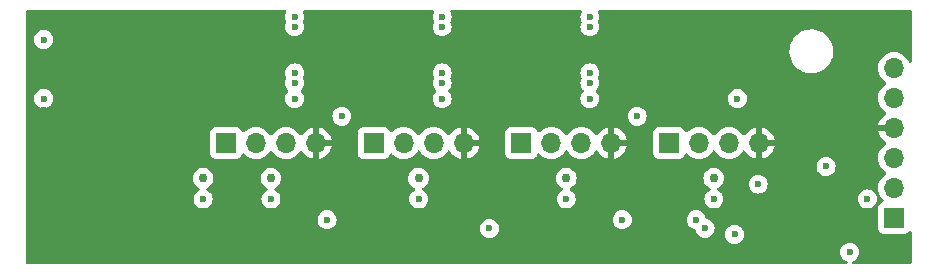
<source format=gbr>
%TF.GenerationSoftware,KiCad,Pcbnew,7.0.11-7.0.11~ubuntu22.04.1*%
%TF.CreationDate,2024-11-05T13:46:25+02:00*%
%TF.ProjectId,USB_Magic_Hub,5553425f-4d61-4676-9963-5f4875622e6b,rev?*%
%TF.SameCoordinates,PXc65d40PYc65d40*%
%TF.FileFunction,Copper,L2,Inr*%
%TF.FilePolarity,Positive*%
%FSLAX46Y46*%
G04 Gerber Fmt 4.6, Leading zero omitted, Abs format (unit mm)*
G04 Created by KiCad (PCBNEW 7.0.11-7.0.11~ubuntu22.04.1) date 2024-11-05 13:46:25*
%MOMM*%
%LPD*%
G01*
G04 APERTURE LIST*
%TA.AperFunction,ComponentPad*%
%ADD10R,1.700000X1.700000*%
%TD*%
%TA.AperFunction,ComponentPad*%
%ADD11O,1.700000X1.700000*%
%TD*%
%TA.AperFunction,ViaPad*%
%ADD12C,0.600000*%
%TD*%
%TA.AperFunction,ViaPad*%
%ADD13C,0.750000*%
%TD*%
G04 APERTURE END LIST*
D10*
%TO.N,/VBUS1*%
%TO.C,J1*%
X54950000Y-11750000D03*
D11*
%TO.N,/D1-*%
X57490000Y-11750000D03*
%TO.N,/D1+*%
X60030000Y-11750000D03*
%TO.N,/GND*%
X62570000Y-11750000D03*
%TD*%
D10*
%TO.N,/VBUS2*%
%TO.C,J2*%
X42450000Y-11750000D03*
D11*
%TO.N,/D2-*%
X44990000Y-11750000D03*
%TO.N,/D2+*%
X47530000Y-11750000D03*
%TO.N,/GND*%
X50070000Y-11750000D03*
%TD*%
D10*
%TO.N,/VBUS3*%
%TO.C,J3*%
X29950000Y-11750000D03*
D11*
%TO.N,/D3-*%
X32490000Y-11750000D03*
%TO.N,/D3+*%
X35030000Y-11750000D03*
%TO.N,/GND*%
X37570000Y-11750000D03*
%TD*%
D10*
%TO.N,/SEL3*%
%TO.C,J4*%
X74000000Y-18100000D03*
D11*
%TO.N,/SEL4*%
X74000000Y-15560000D03*
%TO.N,/~{RESET}*%
X74000000Y-13020000D03*
%TO.N,/GND*%
X74000000Y-10480000D03*
%TO.N,/SEL2*%
X74000000Y-7940000D03*
%TO.N,/VCC_MCU*%
X74000000Y-5400000D03*
%TD*%
D10*
%TO.N,/VBUS4*%
%TO.C,J5*%
X17450000Y-11750000D03*
D11*
%TO.N,/D4-*%
X19990000Y-11750000D03*
%TO.N,/D4+*%
X22530000Y-11750000D03*
%TO.N,/GND*%
X25070000Y-11750000D03*
%TD*%
D12*
%TO.N,/GND*%
X67000000Y-18250000D03*
X2000000Y-9000000D03*
X7000000Y-18750000D03*
X19250000Y-8000000D03*
X68500000Y-18250000D03*
X65750000Y-21000000D03*
X10750000Y-3000000D03*
X56750000Y-8000000D03*
X44250000Y-8000000D03*
X11750000Y-16250000D03*
X31750000Y-8000000D03*
%TO.N,/VCC_MCU*%
X48250000Y-8000000D03*
X70250000Y-21000000D03*
X35750000Y-8000000D03*
X51000000Y-18250000D03*
X23250000Y-8000000D03*
X60750000Y-8000000D03*
X26000000Y-18250000D03*
%TO.N,/SEL2*%
X57250000Y-18250000D03*
X52250000Y-9500000D03*
X68250000Y-13750000D03*
%TO.N,/SEL3*%
X39750000Y-19000000D03*
X58000000Y-19000000D03*
%TO.N,/~{PWR_ENABLE}*%
X71750000Y-16500000D03*
X46250000Y-16500000D03*
X33750000Y-16500000D03*
X15500000Y-16500000D03*
X21250000Y-16500000D03*
X58750000Y-16500000D03*
D13*
%TO.N,Net-(Q1-S)*%
X33750000Y-14750000D03*
X46250000Y-14750000D03*
X21250000Y-14750000D03*
X58750000Y-14750000D03*
X15500000Y-14750000D03*
D12*
%TO.N,Net-(U1-~{XRSTJ})*%
X2000000Y-8000000D03*
X2000000Y-3000000D03*
%TO.N,/SEL4*%
X27250000Y-9500000D03*
X62500000Y-15250000D03*
X60500000Y-19500000D03*
%TO.N,/UFP-*%
X23250000Y-5825000D03*
X35750000Y-5825000D03*
X48250000Y-5825000D03*
X23250000Y-1925000D03*
X48250000Y-1925000D03*
X35750000Y-1925000D03*
%TO.N,/UFP+*%
X48250000Y-6675000D03*
X23250000Y-1075000D03*
X35750000Y-6675000D03*
X48250000Y-1075000D03*
X35750000Y-1075000D03*
X23250000Y-6675000D03*
%TD*%
%TA.AperFunction,Conductor*%
%TO.N,/GND*%
G36*
X22508252Y-520185D02*
G01*
X22554007Y-572989D01*
X22563951Y-642147D01*
X22546206Y-690473D01*
X22524211Y-725475D01*
X22464631Y-895745D01*
X22464630Y-895750D01*
X22444435Y-1074996D01*
X22444435Y-1075003D01*
X22464630Y-1254249D01*
X22464631Y-1254254D01*
X22524212Y-1424525D01*
X22530185Y-1434032D01*
X22549183Y-1501269D01*
X22530185Y-1565968D01*
X22524212Y-1575474D01*
X22464631Y-1745745D01*
X22464630Y-1745750D01*
X22444435Y-1924996D01*
X22444435Y-1925003D01*
X22464630Y-2104249D01*
X22464631Y-2104254D01*
X22524211Y-2274523D01*
X22584319Y-2370184D01*
X22620184Y-2427262D01*
X22747738Y-2554816D01*
X22838080Y-2611582D01*
X22899979Y-2650476D01*
X22900478Y-2650789D01*
X23070745Y-2710368D01*
X23070750Y-2710369D01*
X23249996Y-2730565D01*
X23250000Y-2730565D01*
X23250004Y-2730565D01*
X23429249Y-2710369D01*
X23429252Y-2710368D01*
X23429255Y-2710368D01*
X23599522Y-2650789D01*
X23752262Y-2554816D01*
X23879816Y-2427262D01*
X23975789Y-2274522D01*
X24035368Y-2104255D01*
X24055565Y-1925000D01*
X24035368Y-1745745D01*
X24035367Y-1745743D01*
X24035366Y-1745737D01*
X23975789Y-1575479D01*
X23975789Y-1575478D01*
X23969815Y-1565971D01*
X23950815Y-1498737D01*
X23969816Y-1434027D01*
X23975789Y-1424522D01*
X24035368Y-1254255D01*
X24055565Y-1075000D01*
X24035368Y-895745D01*
X23975789Y-725478D01*
X23975788Y-725475D01*
X23953794Y-690473D01*
X23934793Y-623236D01*
X23955160Y-556401D01*
X24008428Y-511187D01*
X24058787Y-500500D01*
X34941213Y-500500D01*
X35008252Y-520185D01*
X35054007Y-572989D01*
X35063951Y-642147D01*
X35046206Y-690473D01*
X35024211Y-725475D01*
X34964631Y-895745D01*
X34964630Y-895750D01*
X34944435Y-1074996D01*
X34944435Y-1075003D01*
X34964630Y-1254249D01*
X34964631Y-1254254D01*
X35024212Y-1424525D01*
X35030185Y-1434032D01*
X35049183Y-1501269D01*
X35030185Y-1565968D01*
X35024212Y-1575474D01*
X34964631Y-1745745D01*
X34964630Y-1745750D01*
X34944435Y-1924996D01*
X34944435Y-1925003D01*
X34964630Y-2104249D01*
X34964631Y-2104254D01*
X35024211Y-2274523D01*
X35084319Y-2370184D01*
X35120184Y-2427262D01*
X35247738Y-2554816D01*
X35338080Y-2611582D01*
X35399979Y-2650476D01*
X35400478Y-2650789D01*
X35570745Y-2710368D01*
X35570750Y-2710369D01*
X35749996Y-2730565D01*
X35750000Y-2730565D01*
X35750004Y-2730565D01*
X35929249Y-2710369D01*
X35929252Y-2710368D01*
X35929255Y-2710368D01*
X36099522Y-2650789D01*
X36252262Y-2554816D01*
X36379816Y-2427262D01*
X36475789Y-2274522D01*
X36535368Y-2104255D01*
X36555565Y-1925000D01*
X36535368Y-1745745D01*
X36535367Y-1745743D01*
X36535366Y-1745737D01*
X36475789Y-1575479D01*
X36475789Y-1575478D01*
X36469815Y-1565971D01*
X36450815Y-1498737D01*
X36469816Y-1434027D01*
X36475789Y-1424522D01*
X36535368Y-1254255D01*
X36555565Y-1075000D01*
X36535368Y-895745D01*
X36475789Y-725478D01*
X36475788Y-725475D01*
X36453794Y-690473D01*
X36434793Y-623236D01*
X36455160Y-556401D01*
X36508428Y-511187D01*
X36558787Y-500500D01*
X47441213Y-500500D01*
X47508252Y-520185D01*
X47554007Y-572989D01*
X47563951Y-642147D01*
X47546206Y-690473D01*
X47524211Y-725475D01*
X47464631Y-895745D01*
X47464630Y-895750D01*
X47444435Y-1074996D01*
X47444435Y-1075003D01*
X47464630Y-1254249D01*
X47464631Y-1254254D01*
X47524212Y-1424525D01*
X47530185Y-1434032D01*
X47549183Y-1501269D01*
X47530185Y-1565968D01*
X47524212Y-1575474D01*
X47464631Y-1745745D01*
X47464630Y-1745750D01*
X47444435Y-1924996D01*
X47444435Y-1925003D01*
X47464630Y-2104249D01*
X47464631Y-2104254D01*
X47524211Y-2274523D01*
X47584319Y-2370184D01*
X47620184Y-2427262D01*
X47747738Y-2554816D01*
X47838080Y-2611582D01*
X47899979Y-2650476D01*
X47900478Y-2650789D01*
X48070745Y-2710368D01*
X48070750Y-2710369D01*
X48249996Y-2730565D01*
X48250000Y-2730565D01*
X48250004Y-2730565D01*
X48429249Y-2710369D01*
X48429252Y-2710368D01*
X48429255Y-2710368D01*
X48599522Y-2650789D01*
X48752262Y-2554816D01*
X48879816Y-2427262D01*
X48975789Y-2274522D01*
X49035368Y-2104255D01*
X49055565Y-1925000D01*
X49035368Y-1745745D01*
X49035367Y-1745743D01*
X49035366Y-1745737D01*
X48975789Y-1575479D01*
X48975789Y-1575478D01*
X48969815Y-1565971D01*
X48950815Y-1498737D01*
X48969816Y-1434027D01*
X48975789Y-1424522D01*
X49035368Y-1254255D01*
X49055565Y-1075000D01*
X49035368Y-895745D01*
X48975789Y-725478D01*
X48975788Y-725475D01*
X48953794Y-690473D01*
X48934793Y-623236D01*
X48955160Y-556401D01*
X49008428Y-511187D01*
X49058787Y-500500D01*
X75375500Y-500500D01*
X75442539Y-520185D01*
X75488294Y-572989D01*
X75499500Y-624500D01*
X75499500Y-4860803D01*
X75479815Y-4927842D01*
X75427011Y-4973597D01*
X75357853Y-4983541D01*
X75294297Y-4954516D01*
X75263118Y-4913208D01*
X75174035Y-4722171D01*
X75174034Y-4722169D01*
X75038494Y-4528597D01*
X74871402Y-4361506D01*
X74871395Y-4361501D01*
X74677834Y-4225967D01*
X74677830Y-4225965D01*
X74628438Y-4202933D01*
X74463663Y-4126097D01*
X74463659Y-4126096D01*
X74463655Y-4126094D01*
X74235413Y-4064938D01*
X74235403Y-4064936D01*
X74000001Y-4044341D01*
X73999999Y-4044341D01*
X73764596Y-4064936D01*
X73764586Y-4064938D01*
X73536344Y-4126094D01*
X73536335Y-4126098D01*
X73322171Y-4225964D01*
X73322169Y-4225965D01*
X73128597Y-4361505D01*
X72961505Y-4528597D01*
X72825965Y-4722169D01*
X72825964Y-4722171D01*
X72726098Y-4936335D01*
X72726094Y-4936344D01*
X72664938Y-5164586D01*
X72664936Y-5164596D01*
X72644341Y-5399999D01*
X72644341Y-5400000D01*
X72664936Y-5635403D01*
X72664938Y-5635413D01*
X72726094Y-5863655D01*
X72726096Y-5863659D01*
X72726097Y-5863663D01*
X72761319Y-5939196D01*
X72825965Y-6077830D01*
X72825967Y-6077834D01*
X72934281Y-6232521D01*
X72947408Y-6251269D01*
X72961501Y-6271395D01*
X72961506Y-6271402D01*
X73128597Y-6438493D01*
X73128603Y-6438498D01*
X73314158Y-6568425D01*
X73357783Y-6623002D01*
X73364977Y-6692500D01*
X73333454Y-6754855D01*
X73314158Y-6771575D01*
X73128597Y-6901505D01*
X72961505Y-7068597D01*
X72825965Y-7262169D01*
X72825964Y-7262171D01*
X72726098Y-7476335D01*
X72726094Y-7476344D01*
X72664938Y-7704586D01*
X72664936Y-7704596D01*
X72644341Y-7939999D01*
X72644341Y-7940000D01*
X72664936Y-8175403D01*
X72664938Y-8175413D01*
X72726094Y-8403655D01*
X72726096Y-8403659D01*
X72726097Y-8403663D01*
X72761319Y-8479196D01*
X72825965Y-8617830D01*
X72825967Y-8617834D01*
X72901558Y-8725788D01*
X72943276Y-8785368D01*
X72961501Y-8811395D01*
X72961506Y-8811402D01*
X73128597Y-8978493D01*
X73128603Y-8978498D01*
X73314594Y-9108730D01*
X73358219Y-9163307D01*
X73365413Y-9232805D01*
X73333890Y-9295160D01*
X73314595Y-9311880D01*
X73128922Y-9441890D01*
X73128920Y-9441891D01*
X72961891Y-9608920D01*
X72961886Y-9608926D01*
X72826400Y-9802420D01*
X72826399Y-9802422D01*
X72726570Y-10016507D01*
X72726567Y-10016513D01*
X72669364Y-10229999D01*
X72669364Y-10230000D01*
X73566314Y-10230000D01*
X73540507Y-10270156D01*
X73500000Y-10408111D01*
X73500000Y-10551889D01*
X73540507Y-10689844D01*
X73566314Y-10730000D01*
X72669364Y-10730000D01*
X72726567Y-10943486D01*
X72726570Y-10943492D01*
X72826399Y-11157578D01*
X72961894Y-11351082D01*
X73128917Y-11518105D01*
X73314595Y-11648119D01*
X73358219Y-11702696D01*
X73365412Y-11772195D01*
X73333890Y-11834549D01*
X73314595Y-11851269D01*
X73128594Y-11981508D01*
X72961505Y-12148597D01*
X72825965Y-12342169D01*
X72825964Y-12342171D01*
X72726098Y-12556335D01*
X72726094Y-12556344D01*
X72664938Y-12784586D01*
X72664936Y-12784596D01*
X72644341Y-13019999D01*
X72644341Y-13020000D01*
X72664936Y-13255403D01*
X72664938Y-13255413D01*
X72726094Y-13483655D01*
X72726096Y-13483659D01*
X72726097Y-13483663D01*
X72825965Y-13697830D01*
X72825967Y-13697834D01*
X72961501Y-13891395D01*
X72961506Y-13891402D01*
X73128597Y-14058493D01*
X73128603Y-14058498D01*
X73314158Y-14188425D01*
X73357783Y-14243002D01*
X73364977Y-14312500D01*
X73333454Y-14374855D01*
X73314158Y-14391575D01*
X73128597Y-14521505D01*
X72961505Y-14688597D01*
X72825965Y-14882169D01*
X72825964Y-14882171D01*
X72726098Y-15096335D01*
X72726094Y-15096344D01*
X72664938Y-15324586D01*
X72664936Y-15324596D01*
X72644341Y-15559999D01*
X72644341Y-15560000D01*
X72664936Y-15795403D01*
X72664938Y-15795413D01*
X72726094Y-16023655D01*
X72726096Y-16023659D01*
X72726097Y-16023663D01*
X72761319Y-16099196D01*
X72825965Y-16237830D01*
X72825967Y-16237834D01*
X72884026Y-16320750D01*
X72961501Y-16431396D01*
X72961506Y-16431402D01*
X73083430Y-16553326D01*
X73116915Y-16614649D01*
X73111931Y-16684341D01*
X73070059Y-16740274D01*
X73039083Y-16757189D01*
X72907669Y-16806203D01*
X72907664Y-16806206D01*
X72792455Y-16892452D01*
X72792452Y-16892455D01*
X72706206Y-17007664D01*
X72706202Y-17007671D01*
X72655908Y-17142517D01*
X72649501Y-17202116D01*
X72649500Y-17202135D01*
X72649500Y-18997870D01*
X72649501Y-18997876D01*
X72655908Y-19057483D01*
X72706202Y-19192328D01*
X72706206Y-19192335D01*
X72792452Y-19307544D01*
X72792455Y-19307547D01*
X72907664Y-19393793D01*
X72907671Y-19393797D01*
X73042517Y-19444091D01*
X73042516Y-19444091D01*
X73049444Y-19444835D01*
X73102127Y-19450500D01*
X74897872Y-19450499D01*
X74957483Y-19444091D01*
X75092331Y-19393796D01*
X75207546Y-19307546D01*
X75276234Y-19215789D01*
X75332167Y-19173920D01*
X75401859Y-19168936D01*
X75463182Y-19202421D01*
X75496666Y-19263745D01*
X75499500Y-19290102D01*
X75499500Y-21875500D01*
X75479815Y-21942539D01*
X75427011Y-21988294D01*
X75375500Y-21999500D01*
X70547114Y-21999500D01*
X70480075Y-21979815D01*
X70434320Y-21927011D01*
X70424376Y-21857853D01*
X70453401Y-21794297D01*
X70506160Y-21758458D01*
X70542531Y-21745730D01*
X70599522Y-21725789D01*
X70752262Y-21629816D01*
X70879816Y-21502262D01*
X70975789Y-21349522D01*
X71035368Y-21179255D01*
X71055565Y-21000000D01*
X71035368Y-20820745D01*
X70975789Y-20650478D01*
X70879816Y-20497738D01*
X70752262Y-20370184D01*
X70649422Y-20305565D01*
X70599523Y-20274211D01*
X70429254Y-20214631D01*
X70429249Y-20214630D01*
X70250004Y-20194435D01*
X70249996Y-20194435D01*
X70070750Y-20214630D01*
X70070745Y-20214631D01*
X69900476Y-20274211D01*
X69747737Y-20370184D01*
X69620184Y-20497737D01*
X69524211Y-20650476D01*
X69464631Y-20820745D01*
X69464630Y-20820750D01*
X69444435Y-20999996D01*
X69444435Y-21000003D01*
X69464630Y-21179249D01*
X69464631Y-21179254D01*
X69524211Y-21349523D01*
X69620184Y-21502262D01*
X69747738Y-21629816D01*
X69900478Y-21725789D01*
X69993840Y-21758458D01*
X70050617Y-21799180D01*
X70076364Y-21864133D01*
X70062908Y-21932694D01*
X70014521Y-21983097D01*
X69952886Y-21999500D01*
X624500Y-21999500D01*
X557461Y-21979815D01*
X511706Y-21927011D01*
X500500Y-21875500D01*
X500500Y-18250003D01*
X25194435Y-18250003D01*
X25214630Y-18429249D01*
X25214631Y-18429254D01*
X25274211Y-18599523D01*
X25333849Y-18694435D01*
X25370184Y-18752262D01*
X25497738Y-18879816D01*
X25650478Y-18975789D01*
X25719678Y-19000003D01*
X25820745Y-19035368D01*
X25820750Y-19035369D01*
X25999996Y-19055565D01*
X26000000Y-19055565D01*
X26000004Y-19055565D01*
X26179249Y-19035369D01*
X26179252Y-19035368D01*
X26179255Y-19035368D01*
X26280322Y-19000003D01*
X38944435Y-19000003D01*
X38964630Y-19179249D01*
X38964631Y-19179254D01*
X39024211Y-19349523D01*
X39087658Y-19450498D01*
X39120184Y-19502262D01*
X39247738Y-19629816D01*
X39400478Y-19725789D01*
X39570745Y-19785368D01*
X39570750Y-19785369D01*
X39749996Y-19805565D01*
X39750000Y-19805565D01*
X39750004Y-19805565D01*
X39929249Y-19785369D01*
X39929252Y-19785368D01*
X39929255Y-19785368D01*
X40099522Y-19725789D01*
X40252262Y-19629816D01*
X40379816Y-19502262D01*
X40475789Y-19349522D01*
X40535368Y-19179255D01*
X40536531Y-19168936D01*
X40555565Y-19000003D01*
X40555565Y-18999996D01*
X40535369Y-18820750D01*
X40535368Y-18820745D01*
X40475788Y-18650476D01*
X40379815Y-18497737D01*
X40252262Y-18370184D01*
X40099523Y-18274211D01*
X40030341Y-18250003D01*
X50194435Y-18250003D01*
X50214630Y-18429249D01*
X50214631Y-18429254D01*
X50274211Y-18599523D01*
X50333849Y-18694435D01*
X50370184Y-18752262D01*
X50497738Y-18879816D01*
X50650478Y-18975789D01*
X50719678Y-19000003D01*
X50820745Y-19035368D01*
X50820750Y-19035369D01*
X50999996Y-19055565D01*
X51000000Y-19055565D01*
X51000004Y-19055565D01*
X51179249Y-19035369D01*
X51179252Y-19035368D01*
X51179255Y-19035368D01*
X51349522Y-18975789D01*
X51502262Y-18879816D01*
X51629816Y-18752262D01*
X51725789Y-18599522D01*
X51785368Y-18429255D01*
X51802837Y-18274211D01*
X51805565Y-18250003D01*
X56444435Y-18250003D01*
X56464630Y-18429249D01*
X56464631Y-18429254D01*
X56524211Y-18599523D01*
X56583849Y-18694435D01*
X56620184Y-18752262D01*
X56747738Y-18879816D01*
X56900478Y-18975789D01*
X57070745Y-19035368D01*
X57101795Y-19038866D01*
X57166207Y-19065930D01*
X57205763Y-19123524D01*
X57211132Y-19148201D01*
X57214630Y-19179249D01*
X57214631Y-19179254D01*
X57214632Y-19179255D01*
X57219209Y-19192335D01*
X57274210Y-19349521D01*
X57302028Y-19393793D01*
X57370184Y-19502262D01*
X57497738Y-19629816D01*
X57650478Y-19725789D01*
X57820745Y-19785368D01*
X57820750Y-19785369D01*
X57999996Y-19805565D01*
X58000000Y-19805565D01*
X58000004Y-19805565D01*
X58179249Y-19785369D01*
X58179252Y-19785368D01*
X58179255Y-19785368D01*
X58349522Y-19725789D01*
X58502262Y-19629816D01*
X58629816Y-19502262D01*
X58631235Y-19500003D01*
X59694435Y-19500003D01*
X59714630Y-19679249D01*
X59714631Y-19679254D01*
X59774211Y-19849523D01*
X59870184Y-20002262D01*
X59997738Y-20129816D01*
X60088080Y-20186582D01*
X60132721Y-20214632D01*
X60150478Y-20225789D01*
X60288860Y-20274211D01*
X60320745Y-20285368D01*
X60320750Y-20285369D01*
X60499996Y-20305565D01*
X60500000Y-20305565D01*
X60500004Y-20305565D01*
X60679249Y-20285369D01*
X60679252Y-20285368D01*
X60679255Y-20285368D01*
X60849522Y-20225789D01*
X61002262Y-20129816D01*
X61129816Y-20002262D01*
X61225789Y-19849522D01*
X61285368Y-19679255D01*
X61285369Y-19679249D01*
X61305565Y-19500003D01*
X61305565Y-19499996D01*
X61285369Y-19320750D01*
X61285368Y-19320745D01*
X61280749Y-19307544D01*
X61225789Y-19150478D01*
X61224358Y-19148201D01*
X61153461Y-19035369D01*
X61129816Y-18997738D01*
X61002262Y-18870184D01*
X60849523Y-18774211D01*
X60679254Y-18714631D01*
X60679249Y-18714630D01*
X60500004Y-18694435D01*
X60499996Y-18694435D01*
X60320750Y-18714630D01*
X60320745Y-18714631D01*
X60150476Y-18774211D01*
X59997737Y-18870184D01*
X59870184Y-18997737D01*
X59774211Y-19150476D01*
X59714631Y-19320745D01*
X59714630Y-19320750D01*
X59694435Y-19499996D01*
X59694435Y-19500003D01*
X58631235Y-19500003D01*
X58725789Y-19349522D01*
X58785368Y-19179255D01*
X58786531Y-19168936D01*
X58805565Y-19000003D01*
X58805565Y-18999996D01*
X58785369Y-18820750D01*
X58785368Y-18820745D01*
X58725788Y-18650476D01*
X58629815Y-18497737D01*
X58502262Y-18370184D01*
X58349521Y-18274210D01*
X58179249Y-18214630D01*
X58148201Y-18211132D01*
X58083787Y-18184065D01*
X58044233Y-18126469D01*
X58038867Y-18101802D01*
X58035368Y-18070745D01*
X57975789Y-17900478D01*
X57879816Y-17747738D01*
X57752262Y-17620184D01*
X57599523Y-17524211D01*
X57429254Y-17464631D01*
X57429249Y-17464630D01*
X57250004Y-17444435D01*
X57249996Y-17444435D01*
X57070750Y-17464630D01*
X57070745Y-17464631D01*
X56900476Y-17524211D01*
X56747737Y-17620184D01*
X56620184Y-17747737D01*
X56524211Y-17900476D01*
X56464631Y-18070745D01*
X56464630Y-18070750D01*
X56444435Y-18249996D01*
X56444435Y-18250003D01*
X51805565Y-18250003D01*
X51805565Y-18249996D01*
X51785369Y-18070750D01*
X51785368Y-18070745D01*
X51725788Y-17900476D01*
X51629815Y-17747737D01*
X51502262Y-17620184D01*
X51349523Y-17524211D01*
X51179254Y-17464631D01*
X51179249Y-17464630D01*
X51000004Y-17444435D01*
X50999996Y-17444435D01*
X50820750Y-17464630D01*
X50820745Y-17464631D01*
X50650476Y-17524211D01*
X50497737Y-17620184D01*
X50370184Y-17747737D01*
X50274211Y-17900476D01*
X50214631Y-18070745D01*
X50214630Y-18070750D01*
X50194435Y-18249996D01*
X50194435Y-18250003D01*
X40030341Y-18250003D01*
X39929254Y-18214631D01*
X39929249Y-18214630D01*
X39750004Y-18194435D01*
X39749996Y-18194435D01*
X39570750Y-18214630D01*
X39570745Y-18214631D01*
X39400476Y-18274211D01*
X39247737Y-18370184D01*
X39120184Y-18497737D01*
X39024211Y-18650476D01*
X38964631Y-18820745D01*
X38964630Y-18820750D01*
X38944435Y-18999996D01*
X38944435Y-19000003D01*
X26280322Y-19000003D01*
X26349522Y-18975789D01*
X26502262Y-18879816D01*
X26629816Y-18752262D01*
X26725789Y-18599522D01*
X26785368Y-18429255D01*
X26802837Y-18274211D01*
X26805565Y-18250003D01*
X26805565Y-18249996D01*
X26785369Y-18070750D01*
X26785368Y-18070745D01*
X26725788Y-17900476D01*
X26629815Y-17747737D01*
X26502262Y-17620184D01*
X26349523Y-17524211D01*
X26179254Y-17464631D01*
X26179249Y-17464630D01*
X26000004Y-17444435D01*
X25999996Y-17444435D01*
X25820750Y-17464630D01*
X25820745Y-17464631D01*
X25650476Y-17524211D01*
X25497737Y-17620184D01*
X25370184Y-17747737D01*
X25274211Y-17900476D01*
X25214631Y-18070745D01*
X25214630Y-18070750D01*
X25194435Y-18249996D01*
X25194435Y-18250003D01*
X500500Y-18250003D01*
X500500Y-14750000D01*
X14619678Y-14750000D01*
X14638915Y-14933029D01*
X14638916Y-14933032D01*
X14695783Y-15108053D01*
X14695786Y-15108059D01*
X14787805Y-15267440D01*
X14897327Y-15389077D01*
X14910949Y-15404206D01*
X14910951Y-15404208D01*
X15059834Y-15512378D01*
X15059835Y-15512378D01*
X15059839Y-15512381D01*
X15127720Y-15542603D01*
X15144925Y-15550264D01*
X15198162Y-15595514D01*
X15218483Y-15662363D01*
X15199438Y-15729587D01*
X15155385Y-15768933D01*
X15156374Y-15770506D01*
X14997737Y-15870184D01*
X14870184Y-15997737D01*
X14774211Y-16150476D01*
X14714631Y-16320745D01*
X14714630Y-16320750D01*
X14694435Y-16499996D01*
X14694435Y-16500003D01*
X14714630Y-16679249D01*
X14714631Y-16679254D01*
X14774211Y-16849523D01*
X14858840Y-16984208D01*
X14870184Y-17002262D01*
X14997738Y-17129816D01*
X15150478Y-17225789D01*
X15320745Y-17285368D01*
X15320750Y-17285369D01*
X15499996Y-17305565D01*
X15500000Y-17305565D01*
X15500004Y-17305565D01*
X15679249Y-17285369D01*
X15679252Y-17285368D01*
X15679255Y-17285368D01*
X15849522Y-17225789D01*
X16002262Y-17129816D01*
X16129816Y-17002262D01*
X16225789Y-16849522D01*
X16285368Y-16679255D01*
X16288681Y-16649853D01*
X16305565Y-16500003D01*
X16305565Y-16499996D01*
X16285369Y-16320750D01*
X16285368Y-16320745D01*
X16225788Y-16150476D01*
X16153461Y-16035369D01*
X16129816Y-15997738D01*
X16002262Y-15870184D01*
X15849522Y-15774211D01*
X15849523Y-15774211D01*
X15843626Y-15770506D01*
X15844643Y-15768886D01*
X15799845Y-15728434D01*
X15781536Y-15661006D01*
X15802588Y-15594383D01*
X15855073Y-15550264D01*
X15940161Y-15512381D01*
X16089050Y-15404207D01*
X16212195Y-15267440D01*
X16304214Y-15108059D01*
X16361085Y-14933029D01*
X16380322Y-14750000D01*
X20369678Y-14750000D01*
X20388915Y-14933029D01*
X20388916Y-14933032D01*
X20445783Y-15108053D01*
X20445786Y-15108059D01*
X20537805Y-15267440D01*
X20647327Y-15389077D01*
X20660949Y-15404206D01*
X20660951Y-15404208D01*
X20809834Y-15512378D01*
X20809835Y-15512378D01*
X20809839Y-15512381D01*
X20877720Y-15542603D01*
X20894925Y-15550264D01*
X20948162Y-15595514D01*
X20968483Y-15662363D01*
X20949438Y-15729587D01*
X20905385Y-15768933D01*
X20906374Y-15770506D01*
X20747737Y-15870184D01*
X20620184Y-15997737D01*
X20524211Y-16150476D01*
X20464631Y-16320745D01*
X20464630Y-16320750D01*
X20444435Y-16499996D01*
X20444435Y-16500003D01*
X20464630Y-16679249D01*
X20464631Y-16679254D01*
X20524211Y-16849523D01*
X20608840Y-16984208D01*
X20620184Y-17002262D01*
X20747738Y-17129816D01*
X20900478Y-17225789D01*
X21070745Y-17285368D01*
X21070750Y-17285369D01*
X21249996Y-17305565D01*
X21250000Y-17305565D01*
X21250004Y-17305565D01*
X21429249Y-17285369D01*
X21429252Y-17285368D01*
X21429255Y-17285368D01*
X21599522Y-17225789D01*
X21752262Y-17129816D01*
X21879816Y-17002262D01*
X21975789Y-16849522D01*
X22035368Y-16679255D01*
X22038681Y-16649853D01*
X22055565Y-16500003D01*
X22055565Y-16499996D01*
X22035369Y-16320750D01*
X22035368Y-16320745D01*
X21975788Y-16150476D01*
X21903461Y-16035369D01*
X21879816Y-15997738D01*
X21752262Y-15870184D01*
X21599522Y-15774211D01*
X21599523Y-15774211D01*
X21593626Y-15770506D01*
X21594643Y-15768886D01*
X21549845Y-15728434D01*
X21531536Y-15661006D01*
X21552588Y-15594383D01*
X21605073Y-15550264D01*
X21690161Y-15512381D01*
X21839050Y-15404207D01*
X21962195Y-15267440D01*
X22054214Y-15108059D01*
X22111085Y-14933029D01*
X22130322Y-14750000D01*
X32869678Y-14750000D01*
X32888915Y-14933029D01*
X32888916Y-14933032D01*
X32945783Y-15108053D01*
X32945786Y-15108059D01*
X33037805Y-15267440D01*
X33147327Y-15389077D01*
X33160949Y-15404206D01*
X33160951Y-15404208D01*
X33309834Y-15512378D01*
X33309835Y-15512378D01*
X33309839Y-15512381D01*
X33377720Y-15542603D01*
X33394925Y-15550264D01*
X33448162Y-15595514D01*
X33468483Y-15662363D01*
X33449438Y-15729587D01*
X33405385Y-15768933D01*
X33406374Y-15770506D01*
X33247737Y-15870184D01*
X33120184Y-15997737D01*
X33024211Y-16150476D01*
X32964631Y-16320745D01*
X32964630Y-16320750D01*
X32944435Y-16499996D01*
X32944435Y-16500003D01*
X32964630Y-16679249D01*
X32964631Y-16679254D01*
X33024211Y-16849523D01*
X33108840Y-16984208D01*
X33120184Y-17002262D01*
X33247738Y-17129816D01*
X33400478Y-17225789D01*
X33570745Y-17285368D01*
X33570750Y-17285369D01*
X33749996Y-17305565D01*
X33750000Y-17305565D01*
X33750004Y-17305565D01*
X33929249Y-17285369D01*
X33929252Y-17285368D01*
X33929255Y-17285368D01*
X34099522Y-17225789D01*
X34252262Y-17129816D01*
X34379816Y-17002262D01*
X34475789Y-16849522D01*
X34535368Y-16679255D01*
X34538681Y-16649853D01*
X34555565Y-16500003D01*
X34555565Y-16499996D01*
X34535369Y-16320750D01*
X34535368Y-16320745D01*
X34475788Y-16150476D01*
X34403461Y-16035369D01*
X34379816Y-15997738D01*
X34252262Y-15870184D01*
X34099522Y-15774211D01*
X34099523Y-15774211D01*
X34093626Y-15770506D01*
X34094643Y-15768886D01*
X34049845Y-15728434D01*
X34031536Y-15661006D01*
X34052588Y-15594383D01*
X34105073Y-15550264D01*
X34190161Y-15512381D01*
X34339050Y-15404207D01*
X34462195Y-15267440D01*
X34554214Y-15108059D01*
X34611085Y-14933029D01*
X34630322Y-14750000D01*
X45369678Y-14750000D01*
X45388915Y-14933029D01*
X45388916Y-14933032D01*
X45445783Y-15108053D01*
X45445786Y-15108059D01*
X45537805Y-15267440D01*
X45647327Y-15389077D01*
X45660949Y-15404206D01*
X45660951Y-15404208D01*
X45809834Y-15512378D01*
X45809835Y-15512378D01*
X45809839Y-15512381D01*
X45877720Y-15542603D01*
X45894925Y-15550264D01*
X45948162Y-15595514D01*
X45968483Y-15662363D01*
X45949438Y-15729587D01*
X45905385Y-15768933D01*
X45906374Y-15770506D01*
X45747737Y-15870184D01*
X45620184Y-15997737D01*
X45524211Y-16150476D01*
X45464631Y-16320745D01*
X45464630Y-16320750D01*
X45444435Y-16499996D01*
X45444435Y-16500003D01*
X45464630Y-16679249D01*
X45464631Y-16679254D01*
X45524211Y-16849523D01*
X45608840Y-16984208D01*
X45620184Y-17002262D01*
X45747738Y-17129816D01*
X45900478Y-17225789D01*
X46070745Y-17285368D01*
X46070750Y-17285369D01*
X46249996Y-17305565D01*
X46250000Y-17305565D01*
X46250004Y-17305565D01*
X46429249Y-17285369D01*
X46429252Y-17285368D01*
X46429255Y-17285368D01*
X46599522Y-17225789D01*
X46752262Y-17129816D01*
X46879816Y-17002262D01*
X46975789Y-16849522D01*
X47035368Y-16679255D01*
X47038681Y-16649853D01*
X47055565Y-16500003D01*
X47055565Y-16499996D01*
X47035369Y-16320750D01*
X47035368Y-16320745D01*
X46975788Y-16150476D01*
X46903461Y-16035369D01*
X46879816Y-15997738D01*
X46752262Y-15870184D01*
X46599522Y-15774211D01*
X46599523Y-15774211D01*
X46593626Y-15770506D01*
X46594643Y-15768886D01*
X46549845Y-15728434D01*
X46531536Y-15661006D01*
X46552588Y-15594383D01*
X46605073Y-15550264D01*
X46690161Y-15512381D01*
X46839050Y-15404207D01*
X46962195Y-15267440D01*
X47054214Y-15108059D01*
X47111085Y-14933029D01*
X47130322Y-14750000D01*
X57869678Y-14750000D01*
X57888915Y-14933029D01*
X57888916Y-14933032D01*
X57945783Y-15108053D01*
X57945786Y-15108059D01*
X58037805Y-15267440D01*
X58147327Y-15389077D01*
X58160949Y-15404206D01*
X58160951Y-15404208D01*
X58309834Y-15512378D01*
X58309835Y-15512378D01*
X58309839Y-15512381D01*
X58377720Y-15542603D01*
X58394925Y-15550264D01*
X58448162Y-15595514D01*
X58468483Y-15662363D01*
X58449438Y-15729587D01*
X58405385Y-15768933D01*
X58406374Y-15770506D01*
X58247737Y-15870184D01*
X58120184Y-15997737D01*
X58024211Y-16150476D01*
X57964631Y-16320745D01*
X57964630Y-16320750D01*
X57944435Y-16499996D01*
X57944435Y-16500003D01*
X57964630Y-16679249D01*
X57964631Y-16679254D01*
X58024211Y-16849523D01*
X58108840Y-16984208D01*
X58120184Y-17002262D01*
X58247738Y-17129816D01*
X58400478Y-17225789D01*
X58570745Y-17285368D01*
X58570750Y-17285369D01*
X58749996Y-17305565D01*
X58750000Y-17305565D01*
X58750004Y-17305565D01*
X58929249Y-17285369D01*
X58929252Y-17285368D01*
X58929255Y-17285368D01*
X59099522Y-17225789D01*
X59252262Y-17129816D01*
X59379816Y-17002262D01*
X59475789Y-16849522D01*
X59535368Y-16679255D01*
X59538681Y-16649853D01*
X59555565Y-16500003D01*
X70944435Y-16500003D01*
X70964630Y-16679249D01*
X70964631Y-16679254D01*
X71024211Y-16849523D01*
X71108840Y-16984208D01*
X71120184Y-17002262D01*
X71247738Y-17129816D01*
X71400478Y-17225789D01*
X71570745Y-17285368D01*
X71570750Y-17285369D01*
X71749996Y-17305565D01*
X71750000Y-17305565D01*
X71750004Y-17305565D01*
X71929249Y-17285369D01*
X71929252Y-17285368D01*
X71929255Y-17285368D01*
X72099522Y-17225789D01*
X72252262Y-17129816D01*
X72379816Y-17002262D01*
X72475789Y-16849522D01*
X72535368Y-16679255D01*
X72538681Y-16649853D01*
X72555565Y-16500003D01*
X72555565Y-16499996D01*
X72535369Y-16320750D01*
X72535368Y-16320745D01*
X72475788Y-16150476D01*
X72403461Y-16035369D01*
X72379816Y-15997738D01*
X72252262Y-15870184D01*
X72099523Y-15774211D01*
X71929254Y-15714631D01*
X71929249Y-15714630D01*
X71750004Y-15694435D01*
X71749996Y-15694435D01*
X71570750Y-15714630D01*
X71570745Y-15714631D01*
X71400476Y-15774211D01*
X71247737Y-15870184D01*
X71120184Y-15997737D01*
X71024211Y-16150476D01*
X70964631Y-16320745D01*
X70964630Y-16320750D01*
X70944435Y-16499996D01*
X70944435Y-16500003D01*
X59555565Y-16500003D01*
X59555565Y-16499996D01*
X59535369Y-16320750D01*
X59535368Y-16320745D01*
X59475788Y-16150476D01*
X59403461Y-16035369D01*
X59379816Y-15997738D01*
X59252262Y-15870184D01*
X59099522Y-15774211D01*
X59099523Y-15774211D01*
X59093626Y-15770506D01*
X59094643Y-15768886D01*
X59049845Y-15728434D01*
X59031536Y-15661006D01*
X59052588Y-15594383D01*
X59105073Y-15550264D01*
X59190161Y-15512381D01*
X59339050Y-15404207D01*
X59462195Y-15267440D01*
X59472262Y-15250003D01*
X61694435Y-15250003D01*
X61714630Y-15429249D01*
X61714631Y-15429254D01*
X61774211Y-15599523D01*
X61833849Y-15694435D01*
X61870184Y-15752262D01*
X61997738Y-15879816D01*
X62088080Y-15936582D01*
X62149540Y-15975200D01*
X62150478Y-15975789D01*
X62206569Y-15995416D01*
X62320745Y-16035368D01*
X62320750Y-16035369D01*
X62499996Y-16055565D01*
X62500000Y-16055565D01*
X62500004Y-16055565D01*
X62679249Y-16035369D01*
X62679252Y-16035368D01*
X62679255Y-16035368D01*
X62849522Y-15975789D01*
X63002262Y-15879816D01*
X63129816Y-15752262D01*
X63225789Y-15599522D01*
X63285368Y-15429255D01*
X63288190Y-15404208D01*
X63305565Y-15250003D01*
X63305565Y-15249996D01*
X63285369Y-15070750D01*
X63285368Y-15070745D01*
X63225789Y-14900478D01*
X63129816Y-14747738D01*
X63002262Y-14620184D01*
X62849523Y-14524211D01*
X62679254Y-14464631D01*
X62679249Y-14464630D01*
X62500004Y-14444435D01*
X62499996Y-14444435D01*
X62320750Y-14464630D01*
X62320745Y-14464631D01*
X62150476Y-14524211D01*
X61997737Y-14620184D01*
X61870184Y-14747737D01*
X61774211Y-14900476D01*
X61714631Y-15070745D01*
X61714630Y-15070750D01*
X61694435Y-15249996D01*
X61694435Y-15250003D01*
X59472262Y-15250003D01*
X59554214Y-15108059D01*
X59611085Y-14933029D01*
X59630322Y-14750000D01*
X59611085Y-14566971D01*
X59554214Y-14391941D01*
X59462195Y-14232560D01*
X59339050Y-14095793D01*
X59339048Y-14095791D01*
X59190165Y-13987621D01*
X59190162Y-13987619D01*
X59190161Y-13987619D01*
X59129112Y-13960438D01*
X59022038Y-13912765D01*
X59022033Y-13912763D01*
X58842019Y-13874500D01*
X58657981Y-13874500D01*
X58477966Y-13912763D01*
X58477961Y-13912765D01*
X58309839Y-13987619D01*
X58309834Y-13987621D01*
X58160951Y-14095791D01*
X58160949Y-14095793D01*
X58037804Y-14232561D01*
X57945786Y-14391940D01*
X57945783Y-14391946D01*
X57899183Y-14535368D01*
X57888915Y-14566971D01*
X57869678Y-14750000D01*
X47130322Y-14750000D01*
X47111085Y-14566971D01*
X47054214Y-14391941D01*
X46962195Y-14232560D01*
X46839050Y-14095793D01*
X46839048Y-14095791D01*
X46690165Y-13987621D01*
X46690162Y-13987619D01*
X46690161Y-13987619D01*
X46629112Y-13960438D01*
X46522038Y-13912765D01*
X46522033Y-13912763D01*
X46342019Y-13874500D01*
X46157981Y-13874500D01*
X45977966Y-13912763D01*
X45977961Y-13912765D01*
X45809839Y-13987619D01*
X45809834Y-13987621D01*
X45660951Y-14095791D01*
X45660949Y-14095793D01*
X45537804Y-14232561D01*
X45445786Y-14391940D01*
X45445783Y-14391946D01*
X45399183Y-14535368D01*
X45388915Y-14566971D01*
X45369678Y-14750000D01*
X34630322Y-14750000D01*
X34611085Y-14566971D01*
X34554214Y-14391941D01*
X34462195Y-14232560D01*
X34339050Y-14095793D01*
X34339048Y-14095791D01*
X34190165Y-13987621D01*
X34190162Y-13987619D01*
X34190161Y-13987619D01*
X34129112Y-13960438D01*
X34022038Y-13912765D01*
X34022033Y-13912763D01*
X33842019Y-13874500D01*
X33657981Y-13874500D01*
X33477966Y-13912763D01*
X33477961Y-13912765D01*
X33309839Y-13987619D01*
X33309834Y-13987621D01*
X33160951Y-14095791D01*
X33160949Y-14095793D01*
X33037804Y-14232561D01*
X32945786Y-14391940D01*
X32945783Y-14391946D01*
X32899183Y-14535368D01*
X32888915Y-14566971D01*
X32869678Y-14750000D01*
X22130322Y-14750000D01*
X22111085Y-14566971D01*
X22054214Y-14391941D01*
X21962195Y-14232560D01*
X21839050Y-14095793D01*
X21839048Y-14095791D01*
X21690165Y-13987621D01*
X21690162Y-13987619D01*
X21690161Y-13987619D01*
X21629112Y-13960438D01*
X21522038Y-13912765D01*
X21522033Y-13912763D01*
X21342019Y-13874500D01*
X21157981Y-13874500D01*
X20977966Y-13912763D01*
X20977961Y-13912765D01*
X20809839Y-13987619D01*
X20809834Y-13987621D01*
X20660951Y-14095791D01*
X20660949Y-14095793D01*
X20537804Y-14232561D01*
X20445786Y-14391940D01*
X20445783Y-14391946D01*
X20399183Y-14535368D01*
X20388915Y-14566971D01*
X20369678Y-14750000D01*
X16380322Y-14750000D01*
X16361085Y-14566971D01*
X16304214Y-14391941D01*
X16212195Y-14232560D01*
X16089050Y-14095793D01*
X16089048Y-14095791D01*
X15940165Y-13987621D01*
X15940162Y-13987619D01*
X15940161Y-13987619D01*
X15879112Y-13960438D01*
X15772038Y-13912765D01*
X15772033Y-13912763D01*
X15592019Y-13874500D01*
X15407981Y-13874500D01*
X15227966Y-13912763D01*
X15227961Y-13912765D01*
X15059839Y-13987619D01*
X15059834Y-13987621D01*
X14910951Y-14095791D01*
X14910949Y-14095793D01*
X14787804Y-14232561D01*
X14695786Y-14391940D01*
X14695783Y-14391946D01*
X14649183Y-14535368D01*
X14638915Y-14566971D01*
X14619678Y-14750000D01*
X500500Y-14750000D01*
X500500Y-13750003D01*
X67444435Y-13750003D01*
X67464630Y-13929249D01*
X67464631Y-13929254D01*
X67524211Y-14099523D01*
X67590578Y-14205145D01*
X67620184Y-14252262D01*
X67747738Y-14379816D01*
X67767035Y-14391941D01*
X67882721Y-14464632D01*
X67900478Y-14475789D01*
X68031127Y-14521505D01*
X68070745Y-14535368D01*
X68070750Y-14535369D01*
X68249996Y-14555565D01*
X68250000Y-14555565D01*
X68250004Y-14555565D01*
X68429249Y-14535369D01*
X68429252Y-14535368D01*
X68429255Y-14535368D01*
X68599522Y-14475789D01*
X68752262Y-14379816D01*
X68879816Y-14252262D01*
X68975789Y-14099522D01*
X69035368Y-13929255D01*
X69037226Y-13912764D01*
X69055565Y-13750003D01*
X69055565Y-13749996D01*
X69035369Y-13570750D01*
X69035368Y-13570745D01*
X69013616Y-13508581D01*
X68975789Y-13400478D01*
X68879816Y-13247738D01*
X68752262Y-13120184D01*
X68720932Y-13100498D01*
X68599523Y-13024211D01*
X68429254Y-12964631D01*
X68429249Y-12964630D01*
X68250004Y-12944435D01*
X68249996Y-12944435D01*
X68070750Y-12964630D01*
X68070745Y-12964631D01*
X67900476Y-13024211D01*
X67747737Y-13120184D01*
X67620184Y-13247737D01*
X67524211Y-13400476D01*
X67464631Y-13570745D01*
X67464630Y-13570750D01*
X67444435Y-13749996D01*
X67444435Y-13750003D01*
X500500Y-13750003D01*
X500500Y-12647870D01*
X16099500Y-12647870D01*
X16099501Y-12647876D01*
X16105908Y-12707483D01*
X16156202Y-12842328D01*
X16156206Y-12842335D01*
X16242452Y-12957544D01*
X16242455Y-12957547D01*
X16357664Y-13043793D01*
X16357671Y-13043797D01*
X16492517Y-13094091D01*
X16492516Y-13094091D01*
X16499444Y-13094835D01*
X16552127Y-13100500D01*
X18347872Y-13100499D01*
X18407483Y-13094091D01*
X18542331Y-13043796D01*
X18657546Y-12957546D01*
X18743796Y-12842331D01*
X18792810Y-12710916D01*
X18834681Y-12654984D01*
X18900145Y-12630566D01*
X18968418Y-12645417D01*
X18996673Y-12666569D01*
X19118599Y-12788495D01*
X19215384Y-12856265D01*
X19312165Y-12924032D01*
X19312167Y-12924033D01*
X19312170Y-12924035D01*
X19526337Y-13023903D01*
X19754592Y-13085063D01*
X19931034Y-13100500D01*
X19989999Y-13105659D01*
X19990000Y-13105659D01*
X19990001Y-13105659D01*
X20048966Y-13100500D01*
X20225408Y-13085063D01*
X20453663Y-13023903D01*
X20667830Y-12924035D01*
X20861401Y-12788495D01*
X21028495Y-12621401D01*
X21158425Y-12435842D01*
X21213002Y-12392217D01*
X21282500Y-12385023D01*
X21344855Y-12416546D01*
X21361575Y-12435842D01*
X21491281Y-12621082D01*
X21491505Y-12621401D01*
X21658599Y-12788495D01*
X21755384Y-12856265D01*
X21852165Y-12924032D01*
X21852167Y-12924033D01*
X21852170Y-12924035D01*
X22066337Y-13023903D01*
X22294592Y-13085063D01*
X22471034Y-13100500D01*
X22529999Y-13105659D01*
X22530000Y-13105659D01*
X22530001Y-13105659D01*
X22588966Y-13100500D01*
X22765408Y-13085063D01*
X22993663Y-13023903D01*
X23207830Y-12924035D01*
X23401401Y-12788495D01*
X23568495Y-12621401D01*
X23698730Y-12435405D01*
X23753307Y-12391781D01*
X23822805Y-12384587D01*
X23885160Y-12416110D01*
X23901879Y-12435405D01*
X24031890Y-12621078D01*
X24198917Y-12788105D01*
X24392421Y-12923600D01*
X24606507Y-13023429D01*
X24606516Y-13023433D01*
X24820000Y-13080634D01*
X24820000Y-12185501D01*
X24927685Y-12234680D01*
X25034237Y-12250000D01*
X25105763Y-12250000D01*
X25212315Y-12234680D01*
X25320000Y-12185501D01*
X25320000Y-13080633D01*
X25533483Y-13023433D01*
X25533492Y-13023429D01*
X25747578Y-12923600D01*
X25941082Y-12788105D01*
X26081317Y-12647870D01*
X28599500Y-12647870D01*
X28599501Y-12647876D01*
X28605908Y-12707483D01*
X28656202Y-12842328D01*
X28656206Y-12842335D01*
X28742452Y-12957544D01*
X28742455Y-12957547D01*
X28857664Y-13043793D01*
X28857671Y-13043797D01*
X28992517Y-13094091D01*
X28992516Y-13094091D01*
X28999444Y-13094835D01*
X29052127Y-13100500D01*
X30847872Y-13100499D01*
X30907483Y-13094091D01*
X31042331Y-13043796D01*
X31157546Y-12957546D01*
X31243796Y-12842331D01*
X31292810Y-12710916D01*
X31334681Y-12654984D01*
X31400145Y-12630566D01*
X31468418Y-12645417D01*
X31496673Y-12666569D01*
X31618599Y-12788495D01*
X31715384Y-12856265D01*
X31812165Y-12924032D01*
X31812167Y-12924033D01*
X31812170Y-12924035D01*
X32026337Y-13023903D01*
X32254592Y-13085063D01*
X32431034Y-13100500D01*
X32489999Y-13105659D01*
X32490000Y-13105659D01*
X32490001Y-13105659D01*
X32548966Y-13100500D01*
X32725408Y-13085063D01*
X32953663Y-13023903D01*
X33167830Y-12924035D01*
X33361401Y-12788495D01*
X33528495Y-12621401D01*
X33658425Y-12435842D01*
X33713002Y-12392217D01*
X33782500Y-12385023D01*
X33844855Y-12416546D01*
X33861575Y-12435842D01*
X33991281Y-12621082D01*
X33991505Y-12621401D01*
X34158599Y-12788495D01*
X34255384Y-12856265D01*
X34352165Y-12924032D01*
X34352167Y-12924033D01*
X34352170Y-12924035D01*
X34566337Y-13023903D01*
X34794592Y-13085063D01*
X34971034Y-13100500D01*
X35029999Y-13105659D01*
X35030000Y-13105659D01*
X35030001Y-13105659D01*
X35088966Y-13100500D01*
X35265408Y-13085063D01*
X35493663Y-13023903D01*
X35707830Y-12924035D01*
X35901401Y-12788495D01*
X36068495Y-12621401D01*
X36198730Y-12435405D01*
X36253307Y-12391781D01*
X36322805Y-12384587D01*
X36385160Y-12416110D01*
X36401879Y-12435405D01*
X36531890Y-12621078D01*
X36698917Y-12788105D01*
X36892421Y-12923600D01*
X37106507Y-13023429D01*
X37106516Y-13023433D01*
X37320000Y-13080634D01*
X37320000Y-12185501D01*
X37427685Y-12234680D01*
X37534237Y-12250000D01*
X37605763Y-12250000D01*
X37712315Y-12234680D01*
X37820000Y-12185501D01*
X37820000Y-13080634D01*
X38033483Y-13023433D01*
X38033492Y-13023429D01*
X38247578Y-12923600D01*
X38441082Y-12788105D01*
X38581317Y-12647870D01*
X41099500Y-12647870D01*
X41099501Y-12647876D01*
X41105908Y-12707483D01*
X41156202Y-12842328D01*
X41156206Y-12842335D01*
X41242452Y-12957544D01*
X41242455Y-12957547D01*
X41357664Y-13043793D01*
X41357671Y-13043797D01*
X41492517Y-13094091D01*
X41492516Y-13094091D01*
X41499444Y-13094835D01*
X41552127Y-13100500D01*
X43347872Y-13100499D01*
X43407483Y-13094091D01*
X43542331Y-13043796D01*
X43657546Y-12957546D01*
X43743796Y-12842331D01*
X43792810Y-12710916D01*
X43834681Y-12654984D01*
X43900145Y-12630566D01*
X43968418Y-12645417D01*
X43996673Y-12666569D01*
X44118599Y-12788495D01*
X44215384Y-12856265D01*
X44312165Y-12924032D01*
X44312167Y-12924033D01*
X44312170Y-12924035D01*
X44526337Y-13023903D01*
X44754592Y-13085063D01*
X44931034Y-13100500D01*
X44989999Y-13105659D01*
X44990000Y-13105659D01*
X44990001Y-13105659D01*
X45048966Y-13100500D01*
X45225408Y-13085063D01*
X45453663Y-13023903D01*
X45667830Y-12924035D01*
X45861401Y-12788495D01*
X46028495Y-12621401D01*
X46158425Y-12435842D01*
X46213002Y-12392217D01*
X46282500Y-12385023D01*
X46344855Y-12416546D01*
X46361575Y-12435842D01*
X46491281Y-12621082D01*
X46491505Y-12621401D01*
X46658599Y-12788495D01*
X46755384Y-12856265D01*
X46852165Y-12924032D01*
X46852167Y-12924033D01*
X46852170Y-12924035D01*
X47066337Y-13023903D01*
X47294592Y-13085063D01*
X47471034Y-13100500D01*
X47529999Y-13105659D01*
X47530000Y-13105659D01*
X47530001Y-13105659D01*
X47588966Y-13100500D01*
X47765408Y-13085063D01*
X47993663Y-13023903D01*
X48207830Y-12924035D01*
X48401401Y-12788495D01*
X48568495Y-12621401D01*
X48698730Y-12435405D01*
X48753307Y-12391781D01*
X48822805Y-12384587D01*
X48885160Y-12416110D01*
X48901879Y-12435405D01*
X49031890Y-12621078D01*
X49198917Y-12788105D01*
X49392421Y-12923600D01*
X49606507Y-13023429D01*
X49606516Y-13023433D01*
X49820000Y-13080634D01*
X49820000Y-12185501D01*
X49927685Y-12234680D01*
X50034237Y-12250000D01*
X50105763Y-12250000D01*
X50212315Y-12234680D01*
X50320000Y-12185501D01*
X50320000Y-13080634D01*
X50533483Y-13023433D01*
X50533492Y-13023429D01*
X50747578Y-12923600D01*
X50941082Y-12788105D01*
X51081317Y-12647870D01*
X53599500Y-12647870D01*
X53599501Y-12647876D01*
X53605908Y-12707483D01*
X53656202Y-12842328D01*
X53656206Y-12842335D01*
X53742452Y-12957544D01*
X53742455Y-12957547D01*
X53857664Y-13043793D01*
X53857671Y-13043797D01*
X53992517Y-13094091D01*
X53992516Y-13094091D01*
X53999444Y-13094835D01*
X54052127Y-13100500D01*
X55847872Y-13100499D01*
X55907483Y-13094091D01*
X56042331Y-13043796D01*
X56157546Y-12957546D01*
X56243796Y-12842331D01*
X56292810Y-12710916D01*
X56334681Y-12654984D01*
X56400145Y-12630566D01*
X56468418Y-12645417D01*
X56496673Y-12666569D01*
X56618599Y-12788495D01*
X56715384Y-12856265D01*
X56812165Y-12924032D01*
X56812167Y-12924033D01*
X56812170Y-12924035D01*
X57026337Y-13023903D01*
X57254592Y-13085063D01*
X57431034Y-13100500D01*
X57489999Y-13105659D01*
X57490000Y-13105659D01*
X57490001Y-13105659D01*
X57548966Y-13100500D01*
X57725408Y-13085063D01*
X57953663Y-13023903D01*
X58167830Y-12924035D01*
X58361401Y-12788495D01*
X58528495Y-12621401D01*
X58658425Y-12435842D01*
X58713002Y-12392217D01*
X58782500Y-12385023D01*
X58844855Y-12416546D01*
X58861575Y-12435842D01*
X58991281Y-12621082D01*
X58991505Y-12621401D01*
X59158599Y-12788495D01*
X59255384Y-12856265D01*
X59352165Y-12924032D01*
X59352167Y-12924033D01*
X59352170Y-12924035D01*
X59566337Y-13023903D01*
X59794592Y-13085063D01*
X59971034Y-13100500D01*
X60029999Y-13105659D01*
X60030000Y-13105659D01*
X60030001Y-13105659D01*
X60088966Y-13100500D01*
X60265408Y-13085063D01*
X60493663Y-13023903D01*
X60707830Y-12924035D01*
X60901401Y-12788495D01*
X61068495Y-12621401D01*
X61198730Y-12435405D01*
X61253307Y-12391781D01*
X61322805Y-12384587D01*
X61385160Y-12416110D01*
X61401879Y-12435405D01*
X61531890Y-12621078D01*
X61698917Y-12788105D01*
X61892421Y-12923600D01*
X62106507Y-13023429D01*
X62106516Y-13023433D01*
X62320000Y-13080634D01*
X62320000Y-12185501D01*
X62427685Y-12234680D01*
X62534237Y-12250000D01*
X62605763Y-12250000D01*
X62712315Y-12234680D01*
X62820000Y-12185501D01*
X62820000Y-13080634D01*
X63033483Y-13023433D01*
X63033492Y-13023429D01*
X63247578Y-12923600D01*
X63441082Y-12788105D01*
X63608105Y-12621082D01*
X63743600Y-12427578D01*
X63843429Y-12213492D01*
X63843432Y-12213486D01*
X63900636Y-12000000D01*
X63003686Y-12000000D01*
X63029493Y-11959844D01*
X63070000Y-11821889D01*
X63070000Y-11678111D01*
X63029493Y-11540156D01*
X63003686Y-11500000D01*
X63900636Y-11500000D01*
X63900635Y-11499999D01*
X63843432Y-11286513D01*
X63843429Y-11286507D01*
X63743600Y-11072422D01*
X63743599Y-11072420D01*
X63608113Y-10878926D01*
X63608108Y-10878920D01*
X63441082Y-10711894D01*
X63247578Y-10576399D01*
X63033492Y-10476570D01*
X63033486Y-10476567D01*
X62820000Y-10419364D01*
X62820000Y-11314498D01*
X62712315Y-11265320D01*
X62605763Y-11250000D01*
X62534237Y-11250000D01*
X62427685Y-11265320D01*
X62320000Y-11314498D01*
X62320000Y-10419364D01*
X62319999Y-10419364D01*
X62106513Y-10476567D01*
X62106507Y-10476570D01*
X61892422Y-10576399D01*
X61892420Y-10576400D01*
X61698926Y-10711886D01*
X61698920Y-10711891D01*
X61531891Y-10878920D01*
X61531890Y-10878922D01*
X61401880Y-11064595D01*
X61347303Y-11108219D01*
X61277804Y-11115412D01*
X61215450Y-11083890D01*
X61198730Y-11064594D01*
X61068494Y-10878597D01*
X60901402Y-10711506D01*
X60901395Y-10711501D01*
X60707834Y-10575967D01*
X60707830Y-10575965D01*
X60656199Y-10551889D01*
X60493663Y-10476097D01*
X60493659Y-10476096D01*
X60493655Y-10476094D01*
X60265413Y-10414938D01*
X60265403Y-10414936D01*
X60030001Y-10394341D01*
X60029999Y-10394341D01*
X59794596Y-10414936D01*
X59794586Y-10414938D01*
X59566344Y-10476094D01*
X59566335Y-10476098D01*
X59352171Y-10575964D01*
X59352169Y-10575965D01*
X59158597Y-10711505D01*
X58991505Y-10878597D01*
X58861575Y-11064158D01*
X58806998Y-11107783D01*
X58737500Y-11114977D01*
X58675145Y-11083454D01*
X58658425Y-11064158D01*
X58528494Y-10878597D01*
X58361402Y-10711506D01*
X58361395Y-10711501D01*
X58167834Y-10575967D01*
X58167830Y-10575965D01*
X58116199Y-10551889D01*
X57953663Y-10476097D01*
X57953659Y-10476096D01*
X57953655Y-10476094D01*
X57725413Y-10414938D01*
X57725403Y-10414936D01*
X57490001Y-10394341D01*
X57489999Y-10394341D01*
X57254596Y-10414936D01*
X57254586Y-10414938D01*
X57026344Y-10476094D01*
X57026335Y-10476098D01*
X56812171Y-10575964D01*
X56812169Y-10575965D01*
X56618600Y-10711503D01*
X56496673Y-10833430D01*
X56435350Y-10866914D01*
X56365658Y-10861930D01*
X56309725Y-10820058D01*
X56292810Y-10789081D01*
X56243797Y-10657671D01*
X56243793Y-10657664D01*
X56157547Y-10542455D01*
X56157544Y-10542452D01*
X56042335Y-10456206D01*
X56042328Y-10456202D01*
X55907482Y-10405908D01*
X55907483Y-10405908D01*
X55847883Y-10399501D01*
X55847881Y-10399500D01*
X55847873Y-10399500D01*
X55847864Y-10399500D01*
X54052129Y-10399500D01*
X54052123Y-10399501D01*
X53992516Y-10405908D01*
X53857671Y-10456202D01*
X53857664Y-10456206D01*
X53742455Y-10542452D01*
X53742452Y-10542455D01*
X53656206Y-10657664D01*
X53656202Y-10657671D01*
X53605908Y-10792517D01*
X53599501Y-10852116D01*
X53599500Y-10852135D01*
X53599500Y-12647870D01*
X51081317Y-12647870D01*
X51108105Y-12621082D01*
X51243600Y-12427578D01*
X51343429Y-12213492D01*
X51343432Y-12213486D01*
X51400636Y-12000000D01*
X50503686Y-12000000D01*
X50529493Y-11959844D01*
X50570000Y-11821889D01*
X50570000Y-11678111D01*
X50529493Y-11540156D01*
X50503686Y-11500000D01*
X51400636Y-11500000D01*
X51400635Y-11499999D01*
X51343432Y-11286513D01*
X51343429Y-11286507D01*
X51243600Y-11072422D01*
X51243599Y-11072420D01*
X51108113Y-10878926D01*
X51108108Y-10878920D01*
X50941082Y-10711894D01*
X50747578Y-10576399D01*
X50533492Y-10476570D01*
X50533486Y-10476567D01*
X50320000Y-10419364D01*
X50320000Y-11314498D01*
X50212315Y-11265320D01*
X50105763Y-11250000D01*
X50034237Y-11250000D01*
X49927685Y-11265320D01*
X49820000Y-11314498D01*
X49820000Y-10419364D01*
X49819999Y-10419364D01*
X49606513Y-10476567D01*
X49606507Y-10476570D01*
X49392422Y-10576399D01*
X49392420Y-10576400D01*
X49198926Y-10711886D01*
X49198920Y-10711891D01*
X49031891Y-10878920D01*
X49031890Y-10878922D01*
X48901880Y-11064595D01*
X48847303Y-11108219D01*
X48777804Y-11115412D01*
X48715450Y-11083890D01*
X48698730Y-11064594D01*
X48568494Y-10878597D01*
X48401402Y-10711506D01*
X48401395Y-10711501D01*
X48207834Y-10575967D01*
X48207830Y-10575965D01*
X48156199Y-10551889D01*
X47993663Y-10476097D01*
X47993659Y-10476096D01*
X47993655Y-10476094D01*
X47765413Y-10414938D01*
X47765403Y-10414936D01*
X47530001Y-10394341D01*
X47529999Y-10394341D01*
X47294596Y-10414936D01*
X47294586Y-10414938D01*
X47066344Y-10476094D01*
X47066335Y-10476098D01*
X46852171Y-10575964D01*
X46852169Y-10575965D01*
X46658597Y-10711505D01*
X46491505Y-10878597D01*
X46361575Y-11064158D01*
X46306998Y-11107783D01*
X46237500Y-11114977D01*
X46175145Y-11083454D01*
X46158425Y-11064158D01*
X46028494Y-10878597D01*
X45861402Y-10711506D01*
X45861395Y-10711501D01*
X45667834Y-10575967D01*
X45667830Y-10575965D01*
X45616199Y-10551889D01*
X45453663Y-10476097D01*
X45453659Y-10476096D01*
X45453655Y-10476094D01*
X45225413Y-10414938D01*
X45225403Y-10414936D01*
X44990001Y-10394341D01*
X44989999Y-10394341D01*
X44754596Y-10414936D01*
X44754586Y-10414938D01*
X44526344Y-10476094D01*
X44526335Y-10476098D01*
X44312171Y-10575964D01*
X44312169Y-10575965D01*
X44118600Y-10711503D01*
X43996673Y-10833430D01*
X43935350Y-10866914D01*
X43865658Y-10861930D01*
X43809725Y-10820058D01*
X43792810Y-10789081D01*
X43743797Y-10657671D01*
X43743793Y-10657664D01*
X43657547Y-10542455D01*
X43657544Y-10542452D01*
X43542335Y-10456206D01*
X43542328Y-10456202D01*
X43407482Y-10405908D01*
X43407483Y-10405908D01*
X43347883Y-10399501D01*
X43347881Y-10399500D01*
X43347873Y-10399500D01*
X43347864Y-10399500D01*
X41552129Y-10399500D01*
X41552123Y-10399501D01*
X41492516Y-10405908D01*
X41357671Y-10456202D01*
X41357664Y-10456206D01*
X41242455Y-10542452D01*
X41242452Y-10542455D01*
X41156206Y-10657664D01*
X41156202Y-10657671D01*
X41105908Y-10792517D01*
X41099501Y-10852116D01*
X41099500Y-10852135D01*
X41099500Y-12647870D01*
X38581317Y-12647870D01*
X38608105Y-12621082D01*
X38743600Y-12427578D01*
X38843429Y-12213492D01*
X38843432Y-12213486D01*
X38900636Y-12000000D01*
X38003686Y-12000000D01*
X38029493Y-11959844D01*
X38070000Y-11821889D01*
X38070000Y-11678111D01*
X38029493Y-11540156D01*
X38003686Y-11500000D01*
X38900636Y-11500000D01*
X38900635Y-11499999D01*
X38843432Y-11286513D01*
X38843429Y-11286507D01*
X38743600Y-11072422D01*
X38743599Y-11072420D01*
X38608113Y-10878926D01*
X38608108Y-10878920D01*
X38441082Y-10711894D01*
X38247578Y-10576399D01*
X38033492Y-10476570D01*
X38033486Y-10476567D01*
X37820000Y-10419364D01*
X37820000Y-11314498D01*
X37712315Y-11265320D01*
X37605763Y-11250000D01*
X37534237Y-11250000D01*
X37427685Y-11265320D01*
X37320000Y-11314498D01*
X37320000Y-10419364D01*
X37319999Y-10419364D01*
X37106513Y-10476567D01*
X37106507Y-10476570D01*
X36892422Y-10576399D01*
X36892420Y-10576400D01*
X36698926Y-10711886D01*
X36698920Y-10711891D01*
X36531891Y-10878920D01*
X36531890Y-10878922D01*
X36401880Y-11064595D01*
X36347303Y-11108219D01*
X36277804Y-11115412D01*
X36215450Y-11083890D01*
X36198730Y-11064594D01*
X36068494Y-10878597D01*
X35901402Y-10711506D01*
X35901395Y-10711501D01*
X35707834Y-10575967D01*
X35707830Y-10575965D01*
X35656199Y-10551889D01*
X35493663Y-10476097D01*
X35493659Y-10476096D01*
X35493655Y-10476094D01*
X35265413Y-10414938D01*
X35265403Y-10414936D01*
X35030001Y-10394341D01*
X35029999Y-10394341D01*
X34794596Y-10414936D01*
X34794586Y-10414938D01*
X34566344Y-10476094D01*
X34566335Y-10476098D01*
X34352171Y-10575964D01*
X34352169Y-10575965D01*
X34158597Y-10711505D01*
X33991505Y-10878597D01*
X33861575Y-11064158D01*
X33806998Y-11107783D01*
X33737500Y-11114977D01*
X33675145Y-11083454D01*
X33658425Y-11064158D01*
X33528494Y-10878597D01*
X33361402Y-10711506D01*
X33361395Y-10711501D01*
X33167834Y-10575967D01*
X33167830Y-10575965D01*
X33116199Y-10551889D01*
X32953663Y-10476097D01*
X32953659Y-10476096D01*
X32953655Y-10476094D01*
X32725413Y-10414938D01*
X32725403Y-10414936D01*
X32490001Y-10394341D01*
X32489999Y-10394341D01*
X32254596Y-10414936D01*
X32254586Y-10414938D01*
X32026344Y-10476094D01*
X32026335Y-10476098D01*
X31812171Y-10575964D01*
X31812169Y-10575965D01*
X31618600Y-10711503D01*
X31496673Y-10833430D01*
X31435350Y-10866914D01*
X31365658Y-10861930D01*
X31309725Y-10820058D01*
X31292810Y-10789081D01*
X31243797Y-10657671D01*
X31243793Y-10657664D01*
X31157547Y-10542455D01*
X31157544Y-10542452D01*
X31042335Y-10456206D01*
X31042328Y-10456202D01*
X30907482Y-10405908D01*
X30907483Y-10405908D01*
X30847883Y-10399501D01*
X30847881Y-10399500D01*
X30847873Y-10399500D01*
X30847864Y-10399500D01*
X29052129Y-10399500D01*
X29052123Y-10399501D01*
X28992516Y-10405908D01*
X28857671Y-10456202D01*
X28857664Y-10456206D01*
X28742455Y-10542452D01*
X28742452Y-10542455D01*
X28656206Y-10657664D01*
X28656202Y-10657671D01*
X28605908Y-10792517D01*
X28599501Y-10852116D01*
X28599500Y-10852135D01*
X28599500Y-12647870D01*
X26081317Y-12647870D01*
X26108105Y-12621082D01*
X26243600Y-12427578D01*
X26343429Y-12213492D01*
X26343432Y-12213486D01*
X26400636Y-12000000D01*
X25503686Y-12000000D01*
X25529493Y-11959844D01*
X25570000Y-11821889D01*
X25570000Y-11678111D01*
X25529493Y-11540156D01*
X25503686Y-11500000D01*
X26400636Y-11500000D01*
X26400635Y-11499999D01*
X26343432Y-11286513D01*
X26343429Y-11286507D01*
X26243600Y-11072422D01*
X26243599Y-11072420D01*
X26108113Y-10878926D01*
X26108108Y-10878920D01*
X25941082Y-10711894D01*
X25747578Y-10576399D01*
X25533492Y-10476570D01*
X25533486Y-10476567D01*
X25320000Y-10419364D01*
X25320000Y-11314498D01*
X25212315Y-11265320D01*
X25105763Y-11250000D01*
X25034237Y-11250000D01*
X24927685Y-11265320D01*
X24820000Y-11314498D01*
X24820000Y-10419364D01*
X24819999Y-10419364D01*
X24606513Y-10476567D01*
X24606507Y-10476570D01*
X24392422Y-10576399D01*
X24392420Y-10576400D01*
X24198926Y-10711886D01*
X24198920Y-10711891D01*
X24031891Y-10878920D01*
X24031890Y-10878922D01*
X23901880Y-11064595D01*
X23847303Y-11108219D01*
X23777804Y-11115412D01*
X23715450Y-11083890D01*
X23698730Y-11064594D01*
X23568494Y-10878597D01*
X23401402Y-10711506D01*
X23401395Y-10711501D01*
X23207834Y-10575967D01*
X23207830Y-10575965D01*
X23156199Y-10551889D01*
X22993663Y-10476097D01*
X22993659Y-10476096D01*
X22993655Y-10476094D01*
X22765413Y-10414938D01*
X22765403Y-10414936D01*
X22530001Y-10394341D01*
X22529999Y-10394341D01*
X22294596Y-10414936D01*
X22294586Y-10414938D01*
X22066344Y-10476094D01*
X22066335Y-10476098D01*
X21852171Y-10575964D01*
X21852169Y-10575965D01*
X21658597Y-10711505D01*
X21491505Y-10878597D01*
X21361575Y-11064158D01*
X21306998Y-11107783D01*
X21237500Y-11114977D01*
X21175145Y-11083454D01*
X21158425Y-11064158D01*
X21028494Y-10878597D01*
X20861402Y-10711506D01*
X20861395Y-10711501D01*
X20667834Y-10575967D01*
X20667830Y-10575965D01*
X20616199Y-10551889D01*
X20453663Y-10476097D01*
X20453659Y-10476096D01*
X20453655Y-10476094D01*
X20225413Y-10414938D01*
X20225403Y-10414936D01*
X19990001Y-10394341D01*
X19989999Y-10394341D01*
X19754596Y-10414936D01*
X19754586Y-10414938D01*
X19526344Y-10476094D01*
X19526335Y-10476098D01*
X19312171Y-10575964D01*
X19312169Y-10575965D01*
X19118600Y-10711503D01*
X18996673Y-10833430D01*
X18935350Y-10866914D01*
X18865658Y-10861930D01*
X18809725Y-10820058D01*
X18792810Y-10789081D01*
X18743797Y-10657671D01*
X18743793Y-10657664D01*
X18657547Y-10542455D01*
X18657544Y-10542452D01*
X18542335Y-10456206D01*
X18542328Y-10456202D01*
X18407482Y-10405908D01*
X18407483Y-10405908D01*
X18347883Y-10399501D01*
X18347881Y-10399500D01*
X18347873Y-10399500D01*
X18347864Y-10399500D01*
X16552129Y-10399500D01*
X16552123Y-10399501D01*
X16492516Y-10405908D01*
X16357671Y-10456202D01*
X16357664Y-10456206D01*
X16242455Y-10542452D01*
X16242452Y-10542455D01*
X16156206Y-10657664D01*
X16156202Y-10657671D01*
X16105908Y-10792517D01*
X16099501Y-10852116D01*
X16099500Y-10852135D01*
X16099500Y-12647870D01*
X500500Y-12647870D01*
X500500Y-9500003D01*
X26444435Y-9500003D01*
X26464630Y-9679249D01*
X26464631Y-9679254D01*
X26524211Y-9849523D01*
X26582311Y-9941988D01*
X26620184Y-10002262D01*
X26747738Y-10129816D01*
X26900478Y-10225789D01*
X26968769Y-10249685D01*
X27070745Y-10285368D01*
X27070750Y-10285369D01*
X27249996Y-10305565D01*
X27250000Y-10305565D01*
X27250004Y-10305565D01*
X27429249Y-10285369D01*
X27429252Y-10285368D01*
X27429255Y-10285368D01*
X27599522Y-10225789D01*
X27752262Y-10129816D01*
X27879816Y-10002262D01*
X27975789Y-9849522D01*
X28035368Y-9679255D01*
X28055565Y-9500003D01*
X51444435Y-9500003D01*
X51464630Y-9679249D01*
X51464631Y-9679254D01*
X51524211Y-9849523D01*
X51582311Y-9941988D01*
X51620184Y-10002262D01*
X51747738Y-10129816D01*
X51900478Y-10225789D01*
X51968769Y-10249685D01*
X52070745Y-10285368D01*
X52070750Y-10285369D01*
X52249996Y-10305565D01*
X52250000Y-10305565D01*
X52250004Y-10305565D01*
X52429249Y-10285369D01*
X52429252Y-10285368D01*
X52429255Y-10285368D01*
X52599522Y-10225789D01*
X52752262Y-10129816D01*
X52879816Y-10002262D01*
X52975789Y-9849522D01*
X53035368Y-9679255D01*
X53055565Y-9500000D01*
X53035368Y-9320745D01*
X52975789Y-9150478D01*
X52879816Y-8997738D01*
X52752262Y-8870184D01*
X52599523Y-8774211D01*
X52429254Y-8714631D01*
X52429249Y-8714630D01*
X52250004Y-8694435D01*
X52249996Y-8694435D01*
X52070750Y-8714630D01*
X52070745Y-8714631D01*
X51900476Y-8774211D01*
X51747737Y-8870184D01*
X51620184Y-8997737D01*
X51524211Y-9150476D01*
X51464631Y-9320745D01*
X51464630Y-9320750D01*
X51444435Y-9499996D01*
X51444435Y-9500003D01*
X28055565Y-9500003D01*
X28055565Y-9500000D01*
X28035368Y-9320745D01*
X27975789Y-9150478D01*
X27879816Y-8997738D01*
X27752262Y-8870184D01*
X27599523Y-8774211D01*
X27429254Y-8714631D01*
X27429249Y-8714630D01*
X27250004Y-8694435D01*
X27249996Y-8694435D01*
X27070750Y-8714630D01*
X27070745Y-8714631D01*
X26900476Y-8774211D01*
X26747737Y-8870184D01*
X26620184Y-8997737D01*
X26524211Y-9150476D01*
X26464631Y-9320745D01*
X26464630Y-9320750D01*
X26444435Y-9499996D01*
X26444435Y-9500003D01*
X500500Y-9500003D01*
X500500Y-8000003D01*
X1194435Y-8000003D01*
X1214630Y-8179249D01*
X1214631Y-8179254D01*
X1274211Y-8349523D01*
X1322762Y-8426791D01*
X1370184Y-8502262D01*
X1497738Y-8629816D01*
X1588080Y-8686582D01*
X1632721Y-8714632D01*
X1650478Y-8725789D01*
X1788860Y-8774211D01*
X1820745Y-8785368D01*
X1820750Y-8785369D01*
X1999996Y-8805565D01*
X2000000Y-8805565D01*
X2000004Y-8805565D01*
X2179249Y-8785369D01*
X2179252Y-8785368D01*
X2179255Y-8785368D01*
X2349522Y-8725789D01*
X2502262Y-8629816D01*
X2629816Y-8502262D01*
X2725789Y-8349522D01*
X2785368Y-8179255D01*
X2785801Y-8175413D01*
X2805565Y-8000003D01*
X22444435Y-8000003D01*
X22464630Y-8179249D01*
X22464631Y-8179254D01*
X22524211Y-8349523D01*
X22572762Y-8426791D01*
X22620184Y-8502262D01*
X22747738Y-8629816D01*
X22838080Y-8686582D01*
X22882721Y-8714632D01*
X22900478Y-8725789D01*
X23038860Y-8774211D01*
X23070745Y-8785368D01*
X23070750Y-8785369D01*
X23249996Y-8805565D01*
X23250000Y-8805565D01*
X23250004Y-8805565D01*
X23429249Y-8785369D01*
X23429252Y-8785368D01*
X23429255Y-8785368D01*
X23599522Y-8725789D01*
X23752262Y-8629816D01*
X23879816Y-8502262D01*
X23975789Y-8349522D01*
X24035368Y-8179255D01*
X24035801Y-8175413D01*
X24055565Y-8000003D01*
X34944435Y-8000003D01*
X34964630Y-8179249D01*
X34964631Y-8179254D01*
X35024211Y-8349523D01*
X35072762Y-8426791D01*
X35120184Y-8502262D01*
X35247738Y-8629816D01*
X35338080Y-8686582D01*
X35382721Y-8714632D01*
X35400478Y-8725789D01*
X35538860Y-8774211D01*
X35570745Y-8785368D01*
X35570750Y-8785369D01*
X35749996Y-8805565D01*
X35750000Y-8805565D01*
X35750004Y-8805565D01*
X35929249Y-8785369D01*
X35929252Y-8785368D01*
X35929255Y-8785368D01*
X36099522Y-8725789D01*
X36252262Y-8629816D01*
X36379816Y-8502262D01*
X36475789Y-8349522D01*
X36535368Y-8179255D01*
X36535801Y-8175413D01*
X36555565Y-8000003D01*
X47444435Y-8000003D01*
X47464630Y-8179249D01*
X47464631Y-8179254D01*
X47524211Y-8349523D01*
X47572762Y-8426791D01*
X47620184Y-8502262D01*
X47747738Y-8629816D01*
X47838080Y-8686582D01*
X47882721Y-8714632D01*
X47900478Y-8725789D01*
X48038860Y-8774211D01*
X48070745Y-8785368D01*
X48070750Y-8785369D01*
X48249996Y-8805565D01*
X48250000Y-8805565D01*
X48250004Y-8805565D01*
X48429249Y-8785369D01*
X48429252Y-8785368D01*
X48429255Y-8785368D01*
X48599522Y-8725789D01*
X48752262Y-8629816D01*
X48879816Y-8502262D01*
X48975789Y-8349522D01*
X49035368Y-8179255D01*
X49035801Y-8175413D01*
X49055565Y-8000003D01*
X59944435Y-8000003D01*
X59964630Y-8179249D01*
X59964631Y-8179254D01*
X60024211Y-8349523D01*
X60072762Y-8426791D01*
X60120184Y-8502262D01*
X60247738Y-8629816D01*
X60338080Y-8686582D01*
X60382721Y-8714632D01*
X60400478Y-8725789D01*
X60538860Y-8774211D01*
X60570745Y-8785368D01*
X60570750Y-8785369D01*
X60749996Y-8805565D01*
X60750000Y-8805565D01*
X60750004Y-8805565D01*
X60929249Y-8785369D01*
X60929252Y-8785368D01*
X60929255Y-8785368D01*
X61099522Y-8725789D01*
X61252262Y-8629816D01*
X61379816Y-8502262D01*
X61475789Y-8349522D01*
X61535368Y-8179255D01*
X61535801Y-8175413D01*
X61555565Y-8000003D01*
X61555565Y-7999996D01*
X61535369Y-7820750D01*
X61535368Y-7820745D01*
X61475788Y-7650476D01*
X61379815Y-7497737D01*
X61252262Y-7370184D01*
X61099523Y-7274211D01*
X60929254Y-7214631D01*
X60929249Y-7214630D01*
X60750004Y-7194435D01*
X60749996Y-7194435D01*
X60570750Y-7214630D01*
X60570745Y-7214631D01*
X60400476Y-7274211D01*
X60247737Y-7370184D01*
X60120184Y-7497737D01*
X60024211Y-7650476D01*
X59964631Y-7820745D01*
X59964630Y-7820750D01*
X59944435Y-7999996D01*
X59944435Y-8000003D01*
X49055565Y-8000003D01*
X49055565Y-7999996D01*
X49035369Y-7820750D01*
X49035368Y-7820745D01*
X48975788Y-7650476D01*
X48879815Y-7497737D01*
X48807259Y-7425181D01*
X48773774Y-7363858D01*
X48778758Y-7294166D01*
X48807259Y-7249819D01*
X48842448Y-7214630D01*
X48879816Y-7177262D01*
X48975789Y-7024522D01*
X49035368Y-6854255D01*
X49050833Y-6716998D01*
X49055565Y-6675003D01*
X49055565Y-6674996D01*
X49035369Y-6495750D01*
X49035366Y-6495737D01*
X48975789Y-6325479D01*
X48975789Y-6325478D01*
X48969815Y-6315971D01*
X48950815Y-6248737D01*
X48969816Y-6184027D01*
X48975789Y-6174522D01*
X49035368Y-6004255D01*
X49035369Y-6004249D01*
X49055565Y-5825003D01*
X49055565Y-5824996D01*
X49035369Y-5645750D01*
X49035368Y-5645745D01*
X48975788Y-5475476D01*
X48879815Y-5322737D01*
X48752262Y-5195184D01*
X48599523Y-5099211D01*
X48429254Y-5039631D01*
X48429249Y-5039630D01*
X48250004Y-5019435D01*
X48249996Y-5019435D01*
X48070750Y-5039630D01*
X48070745Y-5039631D01*
X47900476Y-5099211D01*
X47747737Y-5195184D01*
X47620184Y-5322737D01*
X47524211Y-5475476D01*
X47464631Y-5645745D01*
X47464630Y-5645750D01*
X47444435Y-5824996D01*
X47444435Y-5825003D01*
X47464630Y-6004249D01*
X47464631Y-6004254D01*
X47524212Y-6174525D01*
X47530185Y-6184032D01*
X47549183Y-6251269D01*
X47530185Y-6315968D01*
X47524212Y-6325474D01*
X47464631Y-6495745D01*
X47464630Y-6495750D01*
X47444435Y-6674996D01*
X47444435Y-6675003D01*
X47464630Y-6854249D01*
X47464631Y-6854254D01*
X47524211Y-7024523D01*
X47620184Y-7177262D01*
X47692741Y-7249819D01*
X47726226Y-7311142D01*
X47721242Y-7380834D01*
X47692741Y-7425181D01*
X47620184Y-7497737D01*
X47524211Y-7650476D01*
X47464631Y-7820745D01*
X47464630Y-7820750D01*
X47444435Y-7999996D01*
X47444435Y-8000003D01*
X36555565Y-8000003D01*
X36555565Y-7999996D01*
X36535369Y-7820750D01*
X36535368Y-7820745D01*
X36475788Y-7650476D01*
X36379815Y-7497737D01*
X36307259Y-7425181D01*
X36273774Y-7363858D01*
X36278758Y-7294166D01*
X36307259Y-7249819D01*
X36342448Y-7214630D01*
X36379816Y-7177262D01*
X36475789Y-7024522D01*
X36535368Y-6854255D01*
X36550833Y-6716998D01*
X36555565Y-6675003D01*
X36555565Y-6674996D01*
X36535369Y-6495750D01*
X36535366Y-6495737D01*
X36475789Y-6325479D01*
X36475789Y-6325478D01*
X36469815Y-6315971D01*
X36450815Y-6248737D01*
X36469816Y-6184027D01*
X36475789Y-6174522D01*
X36535368Y-6004255D01*
X36535369Y-6004249D01*
X36555565Y-5825003D01*
X36555565Y-5824996D01*
X36535369Y-5645750D01*
X36535368Y-5645745D01*
X36475788Y-5475476D01*
X36379815Y-5322737D01*
X36252262Y-5195184D01*
X36099523Y-5099211D01*
X35929254Y-5039631D01*
X35929249Y-5039630D01*
X35750004Y-5019435D01*
X35749996Y-5019435D01*
X35570750Y-5039630D01*
X35570745Y-5039631D01*
X35400476Y-5099211D01*
X35247737Y-5195184D01*
X35120184Y-5322737D01*
X35024211Y-5475476D01*
X34964631Y-5645745D01*
X34964630Y-5645750D01*
X34944435Y-5824996D01*
X34944435Y-5825003D01*
X34964630Y-6004249D01*
X34964631Y-6004254D01*
X35024212Y-6174525D01*
X35030185Y-6184032D01*
X35049183Y-6251269D01*
X35030185Y-6315968D01*
X35024212Y-6325474D01*
X34964631Y-6495745D01*
X34964630Y-6495750D01*
X34944435Y-6674996D01*
X34944435Y-6675003D01*
X34964630Y-6854249D01*
X34964631Y-6854254D01*
X35024211Y-7024523D01*
X35120184Y-7177262D01*
X35192741Y-7249819D01*
X35226226Y-7311142D01*
X35221242Y-7380834D01*
X35192741Y-7425181D01*
X35120184Y-7497737D01*
X35024211Y-7650476D01*
X34964631Y-7820745D01*
X34964630Y-7820750D01*
X34944435Y-7999996D01*
X34944435Y-8000003D01*
X24055565Y-8000003D01*
X24055565Y-7999996D01*
X24035369Y-7820750D01*
X24035368Y-7820745D01*
X23975788Y-7650476D01*
X23879815Y-7497737D01*
X23807259Y-7425181D01*
X23773774Y-7363858D01*
X23778758Y-7294166D01*
X23807259Y-7249819D01*
X23842448Y-7214630D01*
X23879816Y-7177262D01*
X23975789Y-7024522D01*
X24035368Y-6854255D01*
X24050833Y-6716998D01*
X24055565Y-6675003D01*
X24055565Y-6674996D01*
X24035369Y-6495750D01*
X24035366Y-6495737D01*
X23975789Y-6325479D01*
X23975789Y-6325478D01*
X23969815Y-6315971D01*
X23950815Y-6248737D01*
X23969816Y-6184027D01*
X23975789Y-6174522D01*
X24035368Y-6004255D01*
X24035369Y-6004249D01*
X24055565Y-5825003D01*
X24055565Y-5824996D01*
X24035369Y-5645750D01*
X24035368Y-5645745D01*
X23975788Y-5475476D01*
X23879815Y-5322737D01*
X23752262Y-5195184D01*
X23599523Y-5099211D01*
X23429254Y-5039631D01*
X23429249Y-5039630D01*
X23250004Y-5019435D01*
X23249996Y-5019435D01*
X23070750Y-5039630D01*
X23070745Y-5039631D01*
X22900476Y-5099211D01*
X22747737Y-5195184D01*
X22620184Y-5322737D01*
X22524211Y-5475476D01*
X22464631Y-5645745D01*
X22464630Y-5645750D01*
X22444435Y-5824996D01*
X22444435Y-5825003D01*
X22464630Y-6004249D01*
X22464631Y-6004254D01*
X22524212Y-6174525D01*
X22530185Y-6184032D01*
X22549183Y-6251269D01*
X22530185Y-6315968D01*
X22524212Y-6325474D01*
X22464631Y-6495745D01*
X22464630Y-6495750D01*
X22444435Y-6674996D01*
X22444435Y-6675003D01*
X22464630Y-6854249D01*
X22464631Y-6854254D01*
X22524211Y-7024523D01*
X22620184Y-7177262D01*
X22692741Y-7249819D01*
X22726226Y-7311142D01*
X22721242Y-7380834D01*
X22692741Y-7425181D01*
X22620184Y-7497737D01*
X22524211Y-7650476D01*
X22464631Y-7820745D01*
X22464630Y-7820750D01*
X22444435Y-7999996D01*
X22444435Y-8000003D01*
X2805565Y-8000003D01*
X2805565Y-7999996D01*
X2785369Y-7820750D01*
X2785368Y-7820745D01*
X2725788Y-7650476D01*
X2629815Y-7497737D01*
X2502262Y-7370184D01*
X2349523Y-7274211D01*
X2179254Y-7214631D01*
X2179249Y-7214630D01*
X2000004Y-7194435D01*
X1999996Y-7194435D01*
X1820750Y-7214630D01*
X1820745Y-7214631D01*
X1650476Y-7274211D01*
X1497737Y-7370184D01*
X1370184Y-7497737D01*
X1274211Y-7650476D01*
X1214631Y-7820745D01*
X1214630Y-7820750D01*
X1194435Y-7999996D01*
X1194435Y-8000003D01*
X500500Y-8000003D01*
X500500Y-4067763D01*
X65145787Y-4067763D01*
X65175413Y-4337013D01*
X65175415Y-4337024D01*
X65243926Y-4599082D01*
X65243928Y-4599088D01*
X65349870Y-4848390D01*
X65466583Y-5039631D01*
X65490979Y-5079605D01*
X65490986Y-5079615D01*
X65664253Y-5287819D01*
X65664259Y-5287824D01*
X65789456Y-5400000D01*
X65865998Y-5468582D01*
X66091910Y-5618044D01*
X66337176Y-5733020D01*
X66337183Y-5733022D01*
X66337185Y-5733023D01*
X66596557Y-5811057D01*
X66596564Y-5811058D01*
X66596569Y-5811060D01*
X66864561Y-5850500D01*
X66864566Y-5850500D01*
X67067629Y-5850500D01*
X67067631Y-5850500D01*
X67067636Y-5850499D01*
X67067648Y-5850499D01*
X67105191Y-5847750D01*
X67270156Y-5835677D01*
X67382758Y-5810593D01*
X67534546Y-5776782D01*
X67534548Y-5776781D01*
X67534553Y-5776780D01*
X67787558Y-5680014D01*
X68023777Y-5547441D01*
X68238177Y-5381888D01*
X68426186Y-5186881D01*
X68583799Y-4966579D01*
X68657787Y-4822669D01*
X68707649Y-4725690D01*
X68707651Y-4725684D01*
X68707656Y-4725675D01*
X68795118Y-4469305D01*
X68844319Y-4202933D01*
X68854212Y-3932235D01*
X68824586Y-3662982D01*
X68756072Y-3400912D01*
X68650130Y-3151610D01*
X68509018Y-2920390D01*
X68507845Y-2918981D01*
X68335746Y-2712180D01*
X68335740Y-2712175D01*
X68134002Y-2531418D01*
X67908092Y-2381957D01*
X67882978Y-2370184D01*
X67662824Y-2266980D01*
X67662819Y-2266978D01*
X67662814Y-2266976D01*
X67403442Y-2188942D01*
X67403428Y-2188939D01*
X67287791Y-2171921D01*
X67135439Y-2149500D01*
X66932369Y-2149500D01*
X66932351Y-2149500D01*
X66729844Y-2164323D01*
X66729831Y-2164325D01*
X66465453Y-2223217D01*
X66465446Y-2223220D01*
X66212439Y-2319987D01*
X65976226Y-2452557D01*
X65761822Y-2618112D01*
X65573822Y-2813109D01*
X65573816Y-2813116D01*
X65416202Y-3033419D01*
X65416199Y-3033424D01*
X65292350Y-3274309D01*
X65292343Y-3274327D01*
X65204884Y-3530685D01*
X65204881Y-3530699D01*
X65155681Y-3797068D01*
X65155680Y-3797075D01*
X65145787Y-4067763D01*
X500500Y-4067763D01*
X500500Y-3000003D01*
X1194435Y-3000003D01*
X1214630Y-3179249D01*
X1214631Y-3179254D01*
X1274211Y-3349523D01*
X1370184Y-3502262D01*
X1497738Y-3629816D01*
X1650478Y-3725789D01*
X1820745Y-3785368D01*
X1820750Y-3785369D01*
X1999996Y-3805565D01*
X2000000Y-3805565D01*
X2000004Y-3805565D01*
X2179249Y-3785369D01*
X2179252Y-3785368D01*
X2179255Y-3785368D01*
X2349522Y-3725789D01*
X2502262Y-3629816D01*
X2629816Y-3502262D01*
X2725789Y-3349522D01*
X2785368Y-3179255D01*
X2801799Y-3033424D01*
X2805565Y-3000003D01*
X2805565Y-2999996D01*
X2785369Y-2820750D01*
X2785368Y-2820745D01*
X2782696Y-2813109D01*
X2725789Y-2650478D01*
X2629816Y-2497738D01*
X2502262Y-2370184D01*
X2349523Y-2274211D01*
X2179254Y-2214631D01*
X2179249Y-2214630D01*
X2000004Y-2194435D01*
X1999996Y-2194435D01*
X1820750Y-2214630D01*
X1820745Y-2214631D01*
X1650476Y-2274211D01*
X1497737Y-2370184D01*
X1370184Y-2497737D01*
X1274211Y-2650476D01*
X1214631Y-2820745D01*
X1214630Y-2820750D01*
X1194435Y-2999996D01*
X1194435Y-3000003D01*
X500500Y-3000003D01*
X500500Y-624500D01*
X520185Y-557461D01*
X572989Y-511706D01*
X624500Y-500500D01*
X22441213Y-500500D01*
X22508252Y-520185D01*
G37*
%TD.AperFunction*%
%TD*%
M02*

</source>
